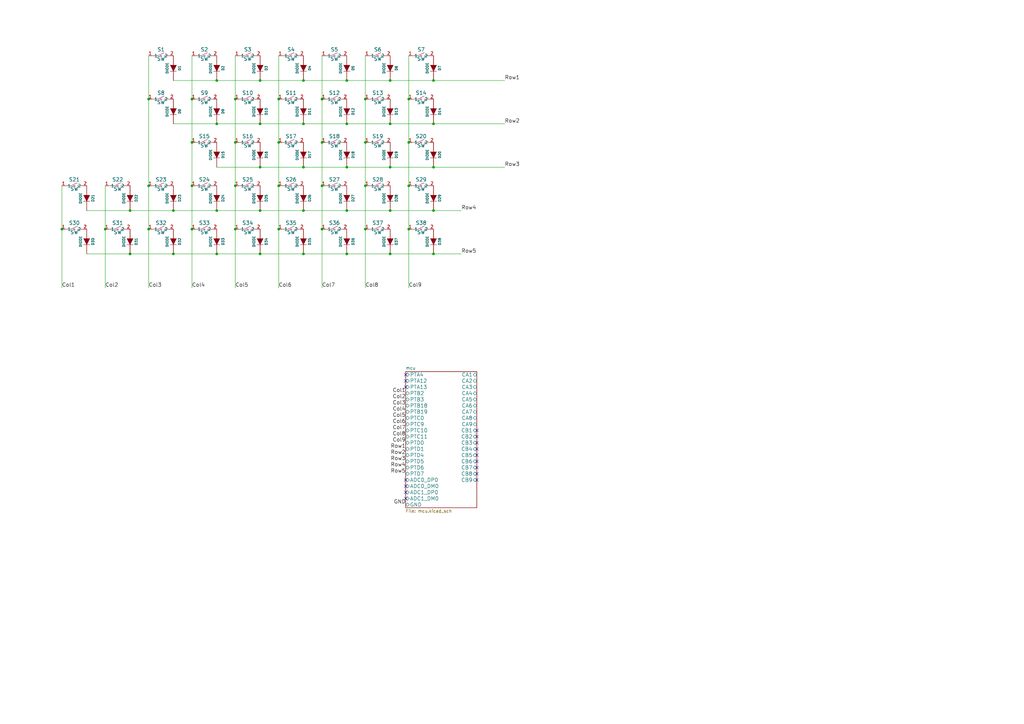
<source format=kicad_sch>
(kicad_sch (version 20210621) (generator eeschema)
  (paper "A3")
  (title_block (title "ICED-R") (date "2016-07-17") (rev "Rev 1.2b") (company "Input Club"))
  (lib_symbols
    (symbol "ICEDRight:DIODE" (pin_numbers hide) (pin_names (offset 1.016) hide)
      (property "Reference" "D" (at 0 2.54 0))
      (property "Value" "DIODE" (at 0 -2.54 0))
      (symbol "DIODE_0_1"
        (polyline (pts (xy 1.27 1.27) (xy 1.27 -1.27)) (stroke (width 0.1524)))
        (polyline (pts (xy -1.27 1.27) (xy 1.27 0) (xy -1.27 -1.27)) (fill (type outline)))
      )
      (symbol "DIODE_1_1"
        (pin passive line (at -5.08 0 0) (length 3.81) (name "A") (number "1"))
        (pin passive line (at 5.08 0 180) (length 3.81) (name "K") (number "2"))
      )
    )
    (symbol "ICEDRight:SW" (pin_names (offset 1.016))
      (property "Reference" "S" (at 0 2.54 0))
      (property "Value" "SW" (at 0 -1.27 0))
      (symbol "SW_0_1"
        (polyline (pts (xy 2.54 0) (xy 1.27 0)))
        (polyline (pts (xy 3.81 0) (xy 2.54 0)))
        (polyline (pts (xy 1.27 1.27) (xy -1.27 0) (xy -3.81 0)))
      )
      (symbol "SW_1_1"
        (pin bidirectional line (at -5.08 0 0) (length 1.27) (name "1") (number "1"))
        (pin bidirectional line (at 5.08 0 180) (length 1.27) (name "2") (number "2"))
      )
    )
  )
  (junction (at 25.4 93.98))
  (junction (at 43.18 93.98))
  (junction (at 53.34 86.36))
  (junction (at 53.34 104.14))
  (junction (at 60.96 40.64))
  (junction (at 60.96 76.2))
  (junction (at 60.96 93.98))
  (junction (at 71.12 86.36))
  (junction (at 71.12 104.14))
  (junction (at 78.74 40.64))
  (junction (at 78.74 58.42))
  (junction (at 78.74 76.2))
  (junction (at 78.74 93.98))
  (junction (at 88.9 33.02))
  (junction (at 88.9 50.8))
  (junction (at 88.9 86.36))
  (junction (at 88.9 104.14))
  (junction (at 96.52 40.64))
  (junction (at 96.52 58.42))
  (junction (at 96.52 76.2))
  (junction (at 96.52 93.98))
  (junction (at 106.68 33.02))
  (junction (at 106.68 50.8))
  (junction (at 106.68 68.58))
  (junction (at 106.68 86.36))
  (junction (at 106.68 104.14))
  (junction (at 114.3 40.64))
  (junction (at 114.3 58.42))
  (junction (at 114.3 76.2))
  (junction (at 114.3 93.98))
  (junction (at 124.46 33.02))
  (junction (at 124.46 50.8))
  (junction (at 124.46 68.58))
  (junction (at 124.46 86.36))
  (junction (at 124.46 104.14))
  (junction (at 132.08 40.64))
  (junction (at 132.08 58.42))
  (junction (at 132.08 76.2))
  (junction (at 132.08 93.98))
  (junction (at 142.24 33.02))
  (junction (at 142.24 50.8))
  (junction (at 142.24 68.58))
  (junction (at 142.24 86.36))
  (junction (at 142.24 104.14))
  (junction (at 149.86 40.64))
  (junction (at 149.86 58.42))
  (junction (at 149.86 76.2))
  (junction (at 149.86 93.98))
  (junction (at 160.02 33.02))
  (junction (at 160.02 50.8))
  (junction (at 160.02 68.58))
  (junction (at 160.02 86.36))
  (junction (at 160.02 104.14))
  (junction (at 167.64 40.64))
  (junction (at 167.64 58.42))
  (junction (at 167.64 76.2))
  (junction (at 167.64 93.98))
  (junction (at 177.8 33.02))
  (junction (at 177.8 50.8))
  (junction (at 177.8 68.58))
  (junction (at 177.8 86.36))
  (junction (at 177.8 104.14))
  (no_connect (at 166.37 153.67))
  (no_connect (at 166.37 156.21))
  (no_connect (at 166.37 158.75))
  (no_connect (at 166.37 196.85))
  (no_connect (at 166.37 199.39))
  (no_connect (at 166.37 201.93))
  (no_connect (at 166.37 204.47))
  (no_connect (at 195.58 176.53))
  (no_connect (at 195.58 179.07))
  (no_connect (at 195.58 181.61))
  (no_connect (at 195.58 184.15))
  (no_connect (at 195.58 186.69))
  (no_connect (at 195.58 189.23))
  (no_connect (at 195.58 191.77))
  (no_connect (at 195.58 194.31))
  (no_connect (at 195.58 196.85))
  (wire (pts (xy 25.4 76.2) (xy 25.4 93.98)))
  (wire (pts (xy 25.4 93.98) (xy 25.4 118.11)))
  (wire (pts (xy 35.56 86.36) (xy 53.34 86.36)))
  (wire (pts (xy 35.56 104.14) (xy 53.34 104.14)))
  (wire (pts (xy 43.18 76.2) (xy 43.18 93.98)))
  (wire (pts (xy 43.18 93.98) (xy 43.18 118.11)))
  (wire (pts (xy 53.34 86.36) (xy 71.12 86.36)))
  (wire (pts (xy 53.34 104.14) (xy 71.12 104.14)))
  (wire (pts (xy 60.96 22.86) (xy 60.96 40.64)))
  (wire (pts (xy 60.96 40.64) (xy 60.96 76.2)))
  (wire (pts (xy 60.96 76.2) (xy 60.96 93.98)))
  (wire (pts (xy 60.96 93.98) (xy 60.96 118.11)))
  (wire (pts (xy 71.12 33.02) (xy 88.9 33.02)))
  (wire (pts (xy 71.12 50.8) (xy 88.9 50.8)))
  (wire (pts (xy 71.12 86.36) (xy 88.9 86.36)))
  (wire (pts (xy 71.12 104.14) (xy 88.9 104.14)))
  (wire (pts (xy 78.74 22.86) (xy 78.74 40.64)))
  (wire (pts (xy 78.74 40.64) (xy 78.74 58.42)))
  (wire (pts (xy 78.74 58.42) (xy 78.74 76.2)))
  (wire (pts (xy 78.74 76.2) (xy 78.74 93.98)))
  (wire (pts (xy 78.74 93.98) (xy 78.74 118.11)))
  (wire (pts (xy 88.9 33.02) (xy 106.68 33.02)))
  (wire (pts (xy 88.9 50.8) (xy 106.68 50.8)))
  (wire (pts (xy 88.9 68.58) (xy 106.68 68.58)))
  (wire (pts (xy 88.9 86.36) (xy 106.68 86.36)))
  (wire (pts (xy 88.9 104.14) (xy 106.68 104.14)))
  (wire (pts (xy 96.52 22.86) (xy 96.52 40.64)))
  (wire (pts (xy 96.52 40.64) (xy 96.52 58.42)))
  (wire (pts (xy 96.52 58.42) (xy 96.52 76.2)))
  (wire (pts (xy 96.52 76.2) (xy 96.52 93.98)))
  (wire (pts (xy 96.52 93.98) (xy 96.52 118.11)))
  (wire (pts (xy 106.68 33.02) (xy 124.46 33.02)))
  (wire (pts (xy 106.68 50.8) (xy 124.46 50.8)))
  (wire (pts (xy 106.68 68.58) (xy 124.46 68.58)))
  (wire (pts (xy 106.68 86.36) (xy 124.46 86.36)))
  (wire (pts (xy 106.68 104.14) (xy 124.46 104.14)))
  (wire (pts (xy 114.3 22.86) (xy 114.3 40.64)))
  (wire (pts (xy 114.3 40.64) (xy 114.3 58.42)))
  (wire (pts (xy 114.3 58.42) (xy 114.3 76.2)))
  (wire (pts (xy 114.3 76.2) (xy 114.3 93.98)))
  (wire (pts (xy 114.3 93.98) (xy 114.3 118.11)))
  (wire (pts (xy 124.46 33.02) (xy 142.24 33.02)))
  (wire (pts (xy 124.46 50.8) (xy 142.24 50.8)))
  (wire (pts (xy 124.46 68.58) (xy 142.24 68.58)))
  (wire (pts (xy 124.46 86.36) (xy 142.24 86.36)))
  (wire (pts (xy 124.46 104.14) (xy 142.24 104.14)))
  (wire (pts (xy 132.08 22.86) (xy 132.08 40.64)))
  (wire (pts (xy 132.08 40.64) (xy 132.08 58.42)))
  (wire (pts (xy 132.08 58.42) (xy 132.08 76.2)))
  (wire (pts (xy 132.08 76.2) (xy 132.08 93.98)))
  (wire (pts (xy 132.08 93.98) (xy 132.08 118.11)))
  (wire (pts (xy 142.24 33.02) (xy 160.02 33.02)))
  (wire (pts (xy 142.24 50.8) (xy 160.02 50.8)))
  (wire (pts (xy 142.24 68.58) (xy 160.02 68.58)))
  (wire (pts (xy 142.24 86.36) (xy 160.02 86.36)))
  (wire (pts (xy 142.24 104.14) (xy 160.02 104.14)))
  (wire (pts (xy 149.86 22.86) (xy 149.86 40.64)))
  (wire (pts (xy 149.86 40.64) (xy 149.86 58.42)))
  (wire (pts (xy 149.86 58.42) (xy 149.86 76.2)))
  (wire (pts (xy 149.86 76.2) (xy 149.86 93.98)))
  (wire (pts (xy 149.86 93.98) (xy 149.86 118.11)))
  (wire (pts (xy 160.02 33.02) (xy 177.8 33.02)))
  (wire (pts (xy 160.02 50.8) (xy 177.8 50.8)))
  (wire (pts (xy 160.02 68.58) (xy 177.8 68.58)))
  (wire (pts (xy 160.02 86.36) (xy 177.8 86.36)))
  (wire (pts (xy 160.02 104.14) (xy 177.8 104.14)))
  (wire (pts (xy 167.64 22.86) (xy 167.64 40.64)))
  (wire (pts (xy 167.64 40.64) (xy 167.64 58.42)))
  (wire (pts (xy 167.64 58.42) (xy 167.64 76.2)))
  (wire (pts (xy 167.64 76.2) (xy 167.64 93.98)))
  (wire (pts (xy 167.64 93.98) (xy 167.64 118.11)))
  (wire (pts (xy 177.8 33.02) (xy 207.01 33.02)))
  (wire (pts (xy 177.8 50.8) (xy 207.01 50.8)))
  (wire (pts (xy 177.8 68.58) (xy 207.01 68.58)))
  (wire (pts (xy 177.8 86.36) (xy 189.23 86.36)))
  (wire (pts (xy 177.8 104.14) (xy 189.23 104.14)))
  (label "Col1" (at 25.4 118.11 0) (effects (font (size 1.524 1.524))))
  (label "Col2" (at 43.18 118.11 0) (effects (font (size 1.524 1.524))))
  (label "Col3" (at 60.96 118.11 0) (effects (font (size 1.524 1.524))))
  (label "Col4" (at 78.74 118.11 0) (effects (font (size 1.524 1.524))))
  (label "Col5" (at 96.52 118.11 0) (effects (font (size 1.524 1.524))))
  (label "Col6" (at 114.3 118.11 0) (effects (font (size 1.524 1.524))))
  (label "Col7" (at 132.08 118.11 0) (effects (font (size 1.524 1.524))))
  (label "Col8" (at 149.86 118.11 0) (effects (font (size 1.524 1.524))))
  (label "Col1" (at 166.37 161.29 180) (effects (font (size 1.524 1.524))))
  (label "Col2" (at 166.37 163.83 180) (effects (font (size 1.524 1.524))))
  (label "Col3" (at 166.37 166.37 180) (effects (font (size 1.524 1.524))))
  (label "Col4" (at 166.37 168.91 180) (effects (font (size 1.524 1.524))))
  (label "Col5" (at 166.37 171.45 180) (effects (font (size 1.524 1.524))))
  (label "Col6" (at 166.37 173.99 180) (effects (font (size 1.524 1.524))))
  (label "Col7" (at 166.37 176.53 180) (effects (font (size 1.524 1.524))))
  (label "Col8" (at 166.37 179.07 180) (effects (font (size 1.524 1.524))))
  (label "Col9" (at 166.37 181.61 180) (effects (font (size 1.524 1.524))))
  (label "Row1" (at 166.37 184.15 180) (effects (font (size 1.524 1.524))))
  (label "Row2" (at 166.37 186.69 180) (effects (font (size 1.524 1.524))))
  (label "Row3" (at 166.37 189.23 180) (effects (font (size 1.524 1.524))))
  (label "Row4" (at 166.37 191.77 180) (effects (font (size 1.524 1.524))))
  (label "Row5" (at 166.37 194.31 180) (effects (font (size 1.524 1.524))))
  (label "GND" (at 166.37 207.01 180) (effects (font (size 1.524 1.524))))
  (label "Col9" (at 167.64 118.11 0) (effects (font (size 1.524 1.524))))
  (label "Row4" (at 189.23 86.36 0) (effects (font (size 1.524 1.524))))
  (label "Row5" (at 189.23 104.14 0) (effects (font (size 1.524 1.524))))
  (label "Row1" (at 207.01 33.02 0) (effects (font (size 1.524 1.524))))
  (label "Row2" (at 207.01 50.8 0) (effects (font (size 1.524 1.524))))
  (label "Row3" (at 207.01 68.58 0) (effects (font (size 1.524 1.524))))
  (symbol (lib_id "ICEDRight:SW") (at 30.48 76.2 0) (unit 1)
    (property "Reference" "S21" (at 30.48 73.66 0) (effects (font (size 1.524 1.524))))
    (property "Value" "SW" (at 30.48 77.47 0) (effects (font (size 1.524 1.524))))
    (property "Footprint" "prettylib:SW_Hotswap_Kailh" (effects hide))
    (property "Datasheet" "~" (at 30.48 76.2 0) (effects (font (size 1.524 1.524))))
  )
  (symbol (lib_id "ICEDRight:SW") (at 30.48 93.98 0) (unit 1)
    (property "Reference" "S30" (at 30.48 91.44 0) (effects (font (size 1.524 1.524))))
    (property "Value" "SW" (at 30.48 95.25 0) (effects (font (size 1.524 1.524))))
    (property "Footprint" "prettylib:SW_Hotswap_Kailh" (effects hide))
    (property "Datasheet" "~" (at 30.48 93.98 0) (effects (font (size 1.524 1.524))))
  )
  (symbol (lib_id "ICEDRight:SW") (at 48.26 76.2 0) (unit 1)
    (property "Reference" "S22" (at 48.26 73.66 0) (effects (font (size 1.524 1.524))))
    (property "Value" "SW" (at 48.26 77.47 0) (effects (font (size 1.524 1.524))))
    (property "Footprint" "prettylib:SW_Hotswap_Kailh" (effects hide))
    (property "Datasheet" "~" (at 48.26 76.2 0) (effects (font (size 1.524 1.524))))
  )
  (symbol (lib_id "ICEDRight:SW") (at 48.26 93.98 0) (unit 1)
    (property "Reference" "S31" (at 48.26 91.44 0) (effects (font (size 1.524 1.524))))
    (property "Value" "SW" (at 48.26 95.25 0) (effects (font (size 1.524 1.524))))
    (property "Footprint" "prettylib:SW_Hotswap_Kailh" (effects hide))
    (property "Datasheet" "~" (at 48.26 93.98 0) (effects (font (size 1.524 1.524))))
  )
  (symbol (lib_id "ICEDRight:SW") (at 66.04 22.86 0) (unit 1)
    (property "Reference" "S1" (at 66.04 20.32 0) (effects (font (size 1.524 1.524))))
    (property "Value" "SW" (at 66.04 24.13 0) (effects (font (size 1.524 1.524))))
    (property "Footprint" "prettylib:SW_Hotswap_Kailh" (effects hide))
    (property "Datasheet" "~" (at 66.04 22.86 0) (effects (font (size 1.524 1.524))))
  )
  (symbol (lib_id "ICEDRight:SW") (at 66.04 40.64 0) (unit 1)
    (property "Reference" "S8" (at 66.04 38.1 0) (effects (font (size 1.524 1.524))))
    (property "Value" "SW" (at 66.04 41.91 0) (effects (font (size 1.524 1.524))))
    (property "Footprint" "prettylib:SW_Hotswap_Kailh" (effects hide))
    (property "Datasheet" "~" (at 66.04 40.64 0) (effects (font (size 1.524 1.524))))
  )
  (symbol (lib_id "ICEDRight:SW") (at 66.04 76.2 0) (unit 1)
    (property "Reference" "S23" (at 66.04 73.66 0) (effects (font (size 1.524 1.524))))
    (property "Value" "SW" (at 66.04 77.47 0) (effects (font (size 1.524 1.524))))
    (property "Footprint" "prettylib:SW_Hotswap_Kailh" (effects hide))
    (property "Datasheet" "~" (at 66.04 76.2 0) (effects (font (size 1.524 1.524))))
  )
  (symbol (lib_id "ICEDRight:SW") (at 66.04 93.98 0) (unit 1)
    (property "Reference" "S32" (at 66.04 91.44 0) (effects (font (size 1.524 1.524))))
    (property "Value" "SW" (at 66.04 95.25 0) (effects (font (size 1.524 1.524))))
    (property "Footprint" "prettylib:SW_Hotswap_Kailh" (effects hide))
    (property "Datasheet" "~" (at 66.04 93.98 0) (effects (font (size 1.524 1.524))))
  )
  (symbol (lib_id "ICEDRight:SW") (at 83.82 22.86 0) (unit 1)
    (property "Reference" "S2" (at 83.82 20.32 0) (effects (font (size 1.524 1.524))))
    (property "Value" "SW" (at 83.82 24.13 0) (effects (font (size 1.524 1.524))))
    (property "Footprint" "prettylib:SW_Hotswap_Kailh" (effects hide))
    (property "Datasheet" "~" (at 83.82 22.86 0) (effects (font (size 1.524 1.524))))
  )
  (symbol (lib_id "ICEDRight:SW") (at 83.82 40.64 0) (unit 1)
    (property "Reference" "S9" (at 83.82 38.1 0) (effects (font (size 1.524 1.524))))
    (property "Value" "SW" (at 83.82 41.91 0) (effects (font (size 1.524 1.524))))
    (property "Footprint" "prettylib:SW_Hotswap_Kailh" (effects hide))
    (property "Datasheet" "~" (at 83.82 40.64 0) (effects (font (size 1.524 1.524))))
  )
  (symbol (lib_id "ICEDRight:SW") (at 83.82 58.42 0) (unit 1)
    (property "Reference" "S15" (at 83.82 55.88 0) (effects (font (size 1.524 1.524))))
    (property "Value" "SW" (at 83.82 59.69 0) (effects (font (size 1.524 1.524))))
    (property "Footprint" "prettylib:SW_Hotswap_Kailh" (effects hide))
    (property "Datasheet" "~" (at 83.82 58.42 0) (effects (font (size 1.524 1.524))))
  )
  (symbol (lib_id "ICEDRight:SW") (at 83.82 76.2 0) (unit 1)
    (property "Reference" "S24" (at 83.82 73.66 0) (effects (font (size 1.524 1.524))))
    (property "Value" "SW" (at 83.82 77.47 0) (effects (font (size 1.524 1.524))))
    (property "Footprint" "prettylib:SW_Hotswap_Kailh" (effects hide))
    (property "Datasheet" "~" (at 83.82 76.2 0) (effects (font (size 1.524 1.524))))
  )
  (symbol (lib_id "ICEDRight:SW") (at 83.82 93.98 0) (unit 1)
    (property "Reference" "S33" (at 83.82 91.44 0) (effects (font (size 1.524 1.524))))
    (property "Value" "SW" (at 83.82 95.25 0) (effects (font (size 1.524 1.524))))
    (property "Footprint" "prettylib:SW_Hotswap_Kailh" (effects hide))
    (property "Datasheet" "~" (at 83.82 93.98 0) (effects (font (size 1.524 1.524))))
  )
  (symbol (lib_id "ICEDRight:SW") (at 101.6 22.86 0) (unit 1)
    (property "Reference" "S3" (at 101.6 20.32 0) (effects (font (size 1.524 1.524))))
    (property "Value" "SW" (at 101.6 24.13 0) (effects (font (size 1.524 1.524))))
    (property "Footprint" "prettylib:SW_Hotswap_Kailh" (effects hide))
    (property "Datasheet" "~" (at 101.6 22.86 0) (effects (font (size 1.524 1.524))))
  )
  (symbol (lib_id "ICEDRight:SW") (at 101.6 40.64 0) (unit 1)
    (property "Reference" "S10" (at 101.6 38.1 0) (effects (font (size 1.524 1.524))))
    (property "Value" "SW" (at 101.6 41.91 0) (effects (font (size 1.524 1.524))))
    (property "Footprint" "prettylib:SW_Hotswap_Kailh" (effects hide))
    (property "Datasheet" "~" (at 101.6 40.64 0) (effects (font (size 1.524 1.524))))
  )
  (symbol (lib_id "ICEDRight:SW") (at 101.6 58.42 0) (unit 1)
    (property "Reference" "S16" (at 101.6 55.88 0) (effects (font (size 1.524 1.524))))
    (property "Value" "SW" (at 101.6 59.69 0) (effects (font (size 1.524 1.524))))
    (property "Footprint" "prettylib:SW_Hotswap_Kailh" (effects hide))
    (property "Datasheet" "~" (at 101.6 58.42 0) (effects (font (size 1.524 1.524))))
  )
  (symbol (lib_id "ICEDRight:SW") (at 101.6 76.2 0) (unit 1)
    (property "Reference" "S25" (at 101.6 73.66 0) (effects (font (size 1.524 1.524))))
    (property "Value" "SW" (at 101.6 77.47 0) (effects (font (size 1.524 1.524))))
    (property "Footprint" "prettylib:SW_Hotswap_Kailh" (effects hide))
    (property "Datasheet" "~" (at 101.6 76.2 0) (effects (font (size 1.524 1.524))))
  )
  (symbol (lib_id "ICEDRight:SW") (at 101.6 93.98 0) (unit 1)
    (property "Reference" "S34" (at 101.6 91.44 0) (effects (font (size 1.524 1.524))))
    (property "Value" "SW" (at 101.6 95.25 0) (effects (font (size 1.524 1.524))))
    (property "Footprint" "prettylib:SW_Hotswap_Kailh" (effects hide))
    (property "Datasheet" "~" (at 101.6 93.98 0) (effects (font (size 1.524 1.524))))
  )
  (symbol (lib_id "ICEDRight:SW") (at 119.38 22.86 0) (unit 1)
    (property "Reference" "S4" (at 119.38 20.32 0) (effects (font (size 1.524 1.524))))
    (property "Value" "SW" (at 119.38 24.13 0) (effects (font (size 1.524 1.524))))
    (property "Footprint" "prettylib:SW_Hotswap_Kailh" (effects hide))
    (property "Datasheet" "~" (at 119.38 22.86 0) (effects (font (size 1.524 1.524))))
  )
  (symbol (lib_id "ICEDRight:SW") (at 119.38 40.64 0) (unit 1)
    (property "Reference" "S11" (at 119.38 38.1 0) (effects (font (size 1.524 1.524))))
    (property "Value" "SW" (at 119.38 41.91 0) (effects (font (size 1.524 1.524))))
    (property "Footprint" "prettylib:SW_Hotswap_Kailh" (effects hide))
    (property "Datasheet" "~" (at 119.38 40.64 0) (effects (font (size 1.524 1.524))))
  )
  (symbol (lib_id "ICEDRight:SW") (at 119.38 58.42 0) (unit 1)
    (property "Reference" "S17" (at 119.38 55.88 0) (effects (font (size 1.524 1.524))))
    (property "Value" "SW" (at 119.38 59.69 0) (effects (font (size 1.524 1.524))))
    (property "Footprint" "prettylib:SW_Hotswap_Kailh" (effects hide))
    (property "Datasheet" "~" (at 119.38 58.42 0) (effects (font (size 1.524 1.524))))
  )
  (symbol (lib_id "ICEDRight:SW") (at 119.38 76.2 0) (unit 1)
    (property "Reference" "S26" (at 119.38 73.66 0) (effects (font (size 1.524 1.524))))
    (property "Value" "SW" (at 119.38 77.47 0) (effects (font (size 1.524 1.524))))
    (property "Footprint" "prettylib:SW_Hotswap_Kailh" (effects hide))
    (property "Datasheet" "~" (at 119.38 76.2 0) (effects (font (size 1.524 1.524))))
  )
  (symbol (lib_id "ICEDRight:SW") (at 119.38 93.98 0) (unit 1)
    (property "Reference" "S35" (at 119.38 91.44 0) (effects (font (size 1.524 1.524))))
    (property "Value" "SW" (at 119.38 95.25 0) (effects (font (size 1.524 1.524))))
    (property "Footprint" "prettylib:SW_Hotswap_Kailh" (effects hide))
    (property "Datasheet" "~" (at 119.38 93.98 0) (effects (font (size 1.524 1.524))))
  )
  (symbol (lib_id "ICEDRight:SW") (at 137.16 22.86 0) (unit 1)
    (property "Reference" "S5" (at 137.16 20.32 0) (effects (font (size 1.524 1.524))))
    (property "Value" "SW" (at 137.16 24.13 0) (effects (font (size 1.524 1.524))))
    (property "Footprint" "prettylib:SW_Hotswap_Kailh" (effects hide))
    (property "Datasheet" "~" (at 137.16 22.86 0) (effects (font (size 1.524 1.524))))
  )
  (symbol (lib_id "ICEDRight:SW") (at 137.16 40.64 0) (unit 1)
    (property "Reference" "S12" (at 137.16 38.1 0) (effects (font (size 1.524 1.524))))
    (property "Value" "SW" (at 137.16 41.91 0) (effects (font (size 1.524 1.524))))
    (property "Footprint" "prettylib:SW_Hotswap_Kailh" (effects hide))
    (property "Datasheet" "~" (at 137.16 40.64 0) (effects (font (size 1.524 1.524))))
  )
  (symbol (lib_id "ICEDRight:SW") (at 137.16 58.42 0) (unit 1)
    (property "Reference" "S18" (at 137.16 55.88 0) (effects (font (size 1.524 1.524))))
    (property "Value" "SW" (at 137.16 59.69 0) (effects (font (size 1.524 1.524))))
    (property "Footprint" "prettylib:SW_Hotswap_Kailh" (effects hide))
    (property "Datasheet" "~" (at 137.16 58.42 0) (effects (font (size 1.524 1.524))))
  )
  (symbol (lib_id "ICEDRight:SW") (at 137.16 76.2 0) (unit 1)
    (property "Reference" "S27" (at 137.16 73.66 0) (effects (font (size 1.524 1.524))))
    (property "Value" "SW" (at 137.16 77.47 0) (effects (font (size 1.524 1.524))))
    (property "Footprint" "prettylib:SW_Hotswap_Kailh" (effects hide))
    (property "Datasheet" "~" (at 137.16 76.2 0) (effects (font (size 1.524 1.524))))
  )
  (symbol (lib_id "ICEDRight:SW") (at 137.16 93.98 0) (unit 1)
    (property "Reference" "S36" (at 137.16 91.44 0) (effects (font (size 1.524 1.524))))
    (property "Value" "SW" (at 137.16 95.25 0) (effects (font (size 1.524 1.524))))
    (property "Footprint" "prettylib:SW_Hotswap_Kailh" (effects hide))
    (property "Datasheet" "~" (at 137.16 93.98 0) (effects (font (size 1.524 1.524))))
  )
  (symbol (lib_id "ICEDRight:SW") (at 154.94 22.86 0) (unit 1)
    (property "Reference" "S6" (at 154.94 20.32 0) (effects (font (size 1.524 1.524))))
    (property "Value" "SW" (at 154.94 24.13 0) (effects (font (size 1.524 1.524))))
    (property "Footprint" "prettylib:SW_Hotswap_Kailh" (effects hide))
    (property "Datasheet" "~" (at 154.94 22.86 0) (effects (font (size 1.524 1.524))))
  )
  (symbol (lib_id "ICEDRight:SW") (at 154.94 40.64 0) (unit 1)
    (property "Reference" "S13" (at 154.94 38.1 0) (effects (font (size 1.524 1.524))))
    (property "Value" "SW" (at 154.94 41.91 0) (effects (font (size 1.524 1.524))))
    (property "Footprint" "prettylib:SW_Hotswap_Kailh" (effects hide))
    (property "Datasheet" "~" (at 154.94 40.64 0) (effects (font (size 1.524 1.524))))
  )
  (symbol (lib_id "ICEDRight:SW") (at 154.94 58.42 0) (unit 1)
    (property "Reference" "S19" (at 154.94 55.88 0) (effects (font (size 1.524 1.524))))
    (property "Value" "SW" (at 154.94 59.69 0) (effects (font (size 1.524 1.524))))
    (property "Footprint" "prettylib:SW_Hotswap_Kailh" (effects hide))
    (property "Datasheet" "~" (at 154.94 58.42 0) (effects (font (size 1.524 1.524))))
  )
  (symbol (lib_id "ICEDRight:SW") (at 154.94 76.2 0) (unit 1)
    (property "Reference" "S28" (at 154.94 73.66 0) (effects (font (size 1.524 1.524))))
    (property "Value" "SW" (at 154.94 77.47 0) (effects (font (size 1.524 1.524))))
    (property "Footprint" "prettylib:SW_Hotswap_Kailh" (effects hide))
    (property "Datasheet" "~" (at 154.94 76.2 0) (effects (font (size 1.524 1.524))))
  )
  (symbol (lib_id "ICEDRight:SW") (at 154.94 93.98 0) (unit 1)
    (property "Reference" "S37" (at 154.94 91.44 0) (effects (font (size 1.524 1.524))))
    (property "Value" "SW" (at 154.94 95.25 0) (effects (font (size 1.524 1.524))))
    (property "Footprint" "prettylib:SW_Hotswap_Kailh" (effects hide))
    (property "Datasheet" "~" (at 154.94 93.98 0) (effects (font (size 1.524 1.524))))
  )
  (symbol (lib_id "ICEDRight:SW") (at 172.72 22.86 0) (unit 1)
    (property "Reference" "S7" (at 172.72 20.32 0) (effects (font (size 1.524 1.524))))
    (property "Value" "SW" (at 172.72 24.13 0) (effects (font (size 1.524 1.524))))
    (property "Footprint" "prettylib:SW_Hotswap_Kailh" (effects hide))
    (property "Datasheet" "~" (at 172.72 22.86 0) (effects (font (size 1.524 1.524))))
  )
  (symbol (lib_id "ICEDRight:SW") (at 172.72 40.64 0) (unit 1)
    (property "Reference" "S14" (at 172.72 38.1 0) (effects (font (size 1.524 1.524))))
    (property "Value" "SW" (at 172.72 41.91 0) (effects (font (size 1.524 1.524))))
    (property "Footprint" "prettylib:SW_Hotswap_Kailh" (effects hide))
    (property "Datasheet" "~" (at 172.72 40.64 0) (effects (font (size 1.524 1.524))))
  )
  (symbol (lib_id "ICEDRight:SW") (at 172.72 58.42 0) (unit 1)
    (property "Reference" "S20" (at 172.72 55.88 0) (effects (font (size 1.524 1.524))))
    (property "Value" "SW" (at 172.72 59.69 0) (effects (font (size 1.524 1.524))))
    (property "Footprint" "prettylib:SW_Hotswap_Kailh" (effects hide))
    (property "Datasheet" "~" (at 172.72 58.42 0) (effects (font (size 1.524 1.524))))
  )
  (symbol (lib_id "ICEDRight:SW") (at 172.72 76.2 0) (unit 1)
    (property "Reference" "S29" (at 172.72 73.66 0) (effects (font (size 1.524 1.524))))
    (property "Value" "SW" (at 172.72 77.47 0) (effects (font (size 1.524 1.524))))
    (property "Footprint" "prettylib:SW_Hotswap_Kailh" (effects hide))
    (property "Datasheet" "~" (at 172.72 76.2 0) (effects (font (size 1.524 1.524))))
  )
  (symbol (lib_id "ICEDRight:SW") (at 172.72 93.98 0) (unit 1)
    (property "Reference" "S38" (at 172.72 91.44 0) (effects (font (size 1.524 1.524))))
    (property "Value" "SW" (at 172.72 95.25 0) (effects (font (size 1.524 1.524))))
    (property "Footprint" "prettylib:SW_Hotswap_Kailh" (effects hide))
    (property "Datasheet" "~" (at 172.72 93.98 0) (effects (font (size 1.524 1.524))))
  )
  (symbol (lib_id "ICEDRight:DIODE") (at 35.56 81.28 270) (unit 1)
    (property "Reference" "D21" (at 38.1 81.28 0) (effects (font (size 1.016 1.016))))
    (property "Value" "DIODE" (at 33.02 81.28 0) (effects (font (size 1.016 1.016))))
    (property "Footprint" "prettylib:SOT123-DIODE" (effects hide))
    (property "Datasheet" "~" (at 35.56 81.28 0) (effects (font (size 1.524 1.524))))
  )
  (symbol (lib_id "ICEDRight:DIODE") (at 35.56 99.06 270) (unit 1)
    (property "Reference" "D30" (at 38.1 99.06 0) (effects (font (size 1.016 1.016))))
    (property "Value" "DIODE" (at 33.02 99.06 0) (effects (font (size 1.016 1.016))))
    (property "Footprint" "prettylib:SOT123-DIODE" (effects hide))
    (property "Datasheet" "~" (at 35.56 99.06 0) (effects (font (size 1.524 1.524))))
  )
  (symbol (lib_id "ICEDRight:DIODE") (at 53.34 81.28 270) (unit 1)
    (property "Reference" "D22" (at 55.88 81.28 0) (effects (font (size 1.016 1.016))))
    (property "Value" "DIODE" (at 50.8 81.28 0) (effects (font (size 1.016 1.016))))
    (property "Footprint" "prettylib:SOT123-DIODE" (effects hide))
    (property "Datasheet" "~" (at 53.34 81.28 0) (effects (font (size 1.524 1.524))))
  )
  (symbol (lib_id "ICEDRight:DIODE") (at 53.34 99.06 270) (unit 1)
    (property "Reference" "D31" (at 55.88 99.06 0) (effects (font (size 1.016 1.016))))
    (property "Value" "DIODE" (at 50.8 99.06 0) (effects (font (size 1.016 1.016))))
    (property "Footprint" "prettylib:SOT123-DIODE" (effects hide))
    (property "Datasheet" "~" (at 53.34 99.06 0) (effects (font (size 1.524 1.524))))
  )
  (symbol (lib_id "ICEDRight:DIODE") (at 71.12 27.94 270) (unit 1)
    (property "Reference" "D1" (at 73.66 27.94 0) (effects (font (size 1.016 1.016))))
    (property "Value" "DIODE" (at 68.58 27.94 0) (effects (font (size 1.016 1.016))))
    (property "Footprint" "prettylib:SOT123-DIODE" (effects hide))
    (property "Datasheet" "~" (at 71.12 27.94 0) (effects (font (size 1.524 1.524))))
  )
  (symbol (lib_id "ICEDRight:DIODE") (at 71.12 45.72 270) (unit 1)
    (property "Reference" "D8" (at 73.66 45.72 0) (effects (font (size 1.016 1.016))))
    (property "Value" "DIODE" (at 68.58 45.72 0) (effects (font (size 1.016 1.016))))
    (property "Footprint" "prettylib:SOT123-DIODE" (effects hide))
    (property "Datasheet" "~" (at 71.12 45.72 0) (effects (font (size 1.524 1.524))))
  )
  (symbol (lib_id "ICEDRight:DIODE") (at 71.12 81.28 270) (unit 1)
    (property "Reference" "D23" (at 73.66 81.28 0) (effects (font (size 1.016 1.016))))
    (property "Value" "DIODE" (at 68.58 81.28 0) (effects (font (size 1.016 1.016))))
    (property "Footprint" "prettylib:SOT123-DIODE" (effects hide))
    (property "Datasheet" "~" (at 71.12 81.28 0) (effects (font (size 1.524 1.524))))
  )
  (symbol (lib_id "ICEDRight:DIODE") (at 71.12 99.06 270) (unit 1)
    (property "Reference" "D32" (at 73.66 99.06 0) (effects (font (size 1.016 1.016))))
    (property "Value" "DIODE" (at 68.58 99.06 0) (effects (font (size 1.016 1.016))))
    (property "Footprint" "prettylib:SOT123-DIODE" (effects hide))
    (property "Datasheet" "~" (at 71.12 99.06 0) (effects (font (size 1.524 1.524))))
  )
  (symbol (lib_id "ICEDRight:DIODE") (at 88.9 27.94 270) (unit 1)
    (property "Reference" "D2" (at 91.44 27.94 0) (effects (font (size 1.016 1.016))))
    (property "Value" "DIODE" (at 86.36 27.94 0) (effects (font (size 1.016 1.016))))
    (property "Footprint" "prettylib:SOT123-DIODE" (effects hide))
    (property "Datasheet" "~" (at 88.9 27.94 0) (effects (font (size 1.524 1.524))))
  )
  (symbol (lib_id "ICEDRight:DIODE") (at 88.9 45.72 270) (unit 1)
    (property "Reference" "D9" (at 91.44 45.72 0) (effects (font (size 1.016 1.016))))
    (property "Value" "DIODE" (at 86.36 45.72 0) (effects (font (size 1.016 1.016))))
    (property "Footprint" "prettylib:SOT123-DIODE" (effects hide))
    (property "Datasheet" "~" (at 88.9 45.72 0) (effects (font (size 1.524 1.524))))
  )
  (symbol (lib_id "ICEDRight:DIODE") (at 88.9 63.5 270) (unit 1)
    (property "Reference" "D15" (at 91.44 63.5 0) (effects (font (size 1.016 1.016))))
    (property "Value" "DIODE" (at 86.36 63.5 0) (effects (font (size 1.016 1.016))))
    (property "Footprint" "prettylib:SOT123-DIODE" (effects hide))
    (property "Datasheet" "~" (at 88.9 63.5 0) (effects (font (size 1.524 1.524))))
  )
  (symbol (lib_id "ICEDRight:DIODE") (at 88.9 81.28 270) (unit 1)
    (property "Reference" "D24" (at 91.44 81.28 0) (effects (font (size 1.016 1.016))))
    (property "Value" "DIODE" (at 86.36 81.28 0) (effects (font (size 1.016 1.016))))
    (property "Footprint" "prettylib:SOT123-DIODE" (effects hide))
    (property "Datasheet" "~" (at 88.9 81.28 0) (effects (font (size 1.524 1.524))))
  )
  (symbol (lib_id "ICEDRight:DIODE") (at 88.9 99.06 270) (unit 1)
    (property "Reference" "D33" (at 91.44 99.06 0) (effects (font (size 1.016 1.016))))
    (property "Value" "DIODE" (at 86.36 99.06 0) (effects (font (size 1.016 1.016))))
    (property "Footprint" "prettylib:SOT123-DIODE" (effects hide))
    (property "Datasheet" "~" (at 88.9 99.06 0) (effects (font (size 1.524 1.524))))
  )
  (symbol (lib_id "ICEDRight:DIODE") (at 106.68 27.94 270) (unit 1)
    (property "Reference" "D3" (at 109.22 27.94 0) (effects (font (size 1.016 1.016))))
    (property "Value" "DIODE" (at 104.14 27.94 0) (effects (font (size 1.016 1.016))))
    (property "Footprint" "prettylib:SOT123-DIODE" (effects hide))
    (property "Datasheet" "~" (at 106.68 27.94 0) (effects (font (size 1.524 1.524))))
  )
  (symbol (lib_id "ICEDRight:DIODE") (at 106.68 45.72 270) (unit 1)
    (property "Reference" "D10" (at 109.22 45.72 0) (effects (font (size 1.016 1.016))))
    (property "Value" "DIODE" (at 104.14 45.72 0) (effects (font (size 1.016 1.016))))
    (property "Footprint" "prettylib:SOT123-DIODE" (effects hide))
    (property "Datasheet" "~" (at 106.68 45.72 0) (effects (font (size 1.524 1.524))))
  )
  (symbol (lib_id "ICEDRight:DIODE") (at 106.68 63.5 270) (unit 1)
    (property "Reference" "D16" (at 109.22 63.5 0) (effects (font (size 1.016 1.016))))
    (property "Value" "DIODE" (at 104.14 63.5 0) (effects (font (size 1.016 1.016))))
    (property "Footprint" "prettylib:SOT123-DIODE" (effects hide))
    (property "Datasheet" "~" (at 106.68 63.5 0) (effects (font (size 1.524 1.524))))
  )
  (symbol (lib_id "ICEDRight:DIODE") (at 106.68 81.28 270) (unit 1)
    (property "Reference" "D25" (at 109.22 81.28 0) (effects (font (size 1.016 1.016))))
    (property "Value" "DIODE" (at 104.14 81.28 0) (effects (font (size 1.016 1.016))))
    (property "Footprint" "prettylib:SOT123-DIODE" (effects hide))
    (property "Datasheet" "~" (at 106.68 81.28 0) (effects (font (size 1.524 1.524))))
  )
  (symbol (lib_id "ICEDRight:DIODE") (at 106.68 99.06 270) (unit 1)
    (property "Reference" "D34" (at 109.22 99.06 0) (effects (font (size 1.016 1.016))))
    (property "Value" "DIODE" (at 104.14 99.06 0) (effects (font (size 1.016 1.016))))
    (property "Footprint" "prettylib:SOT123-DIODE" (effects hide))
    (property "Datasheet" "~" (at 106.68 99.06 0) (effects (font (size 1.524 1.524))))
  )
  (symbol (lib_id "ICEDRight:DIODE") (at 124.46 27.94 270) (unit 1)
    (property "Reference" "D4" (at 127 27.94 0) (effects (font (size 1.016 1.016))))
    (property "Value" "DIODE" (at 121.92 27.94 0) (effects (font (size 1.016 1.016))))
    (property "Footprint" "prettylib:SOT123-DIODE" (effects hide))
    (property "Datasheet" "~" (at 124.46 27.94 0) (effects (font (size 1.524 1.524))))
  )
  (symbol (lib_id "ICEDRight:DIODE") (at 124.46 45.72 270) (unit 1)
    (property "Reference" "D11" (at 127 45.72 0) (effects (font (size 1.016 1.016))))
    (property "Value" "DIODE" (at 121.92 45.72 0) (effects (font (size 1.016 1.016))))
    (property "Footprint" "prettylib:SOT123-DIODE" (effects hide))
    (property "Datasheet" "~" (at 124.46 45.72 0) (effects (font (size 1.524 1.524))))
  )
  (symbol (lib_id "ICEDRight:DIODE") (at 124.46 63.5 270) (unit 1)
    (property "Reference" "D17" (at 127 63.5 0) (effects (font (size 1.016 1.016))))
    (property "Value" "DIODE" (at 121.92 63.5 0) (effects (font (size 1.016 1.016))))
    (property "Footprint" "prettylib:SOT123-DIODE" (effects hide))
    (property "Datasheet" "~" (at 124.46 63.5 0) (effects (font (size 1.524 1.524))))
  )
  (symbol (lib_id "ICEDRight:DIODE") (at 124.46 81.28 270) (unit 1)
    (property "Reference" "D26" (at 127 81.28 0) (effects (font (size 1.016 1.016))))
    (property "Value" "DIODE" (at 121.92 81.28 0) (effects (font (size 1.016 1.016))))
    (property "Footprint" "prettylib:SOT123-DIODE" (effects hide))
    (property "Datasheet" "~" (at 124.46 81.28 0) (effects (font (size 1.524 1.524))))
  )
  (symbol (lib_id "ICEDRight:DIODE") (at 124.46 99.06 270) (unit 1)
    (property "Reference" "D35" (at 127 99.06 0) (effects (font (size 1.016 1.016))))
    (property "Value" "DIODE" (at 121.92 99.06 0) (effects (font (size 1.016 1.016))))
    (property "Footprint" "prettylib:SOT123-DIODE" (effects hide))
    (property "Datasheet" "~" (at 124.46 99.06 0) (effects (font (size 1.524 1.524))))
  )
  (symbol (lib_id "ICEDRight:DIODE") (at 142.24 27.94 270) (unit 1)
    (property "Reference" "D5" (at 144.78 27.94 0) (effects (font (size 1.016 1.016))))
    (property "Value" "DIODE" (at 139.7 27.94 0) (effects (font (size 1.016 1.016))))
    (property "Footprint" "prettylib:SOT123-DIODE" (effects hide))
    (property "Datasheet" "~" (at 142.24 27.94 0) (effects (font (size 1.524 1.524))))
  )
  (symbol (lib_id "ICEDRight:DIODE") (at 142.24 45.72 270) (unit 1)
    (property "Reference" "D12" (at 144.78 45.72 0) (effects (font (size 1.016 1.016))))
    (property "Value" "DIODE" (at 139.7 45.72 0) (effects (font (size 1.016 1.016))))
    (property "Footprint" "prettylib:SOT123-DIODE" (effects hide))
    (property "Datasheet" "~" (at 142.24 45.72 0) (effects (font (size 1.524 1.524))))
  )
  (symbol (lib_id "ICEDRight:DIODE") (at 142.24 63.5 270) (unit 1)
    (property "Reference" "D18" (at 144.78 63.5 0) (effects (font (size 1.016 1.016))))
    (property "Value" "DIODE" (at 139.7 63.5 0) (effects (font (size 1.016 1.016))))
    (property "Footprint" "prettylib:SOT123-DIODE" (effects hide))
    (property "Datasheet" "~" (at 142.24 63.5 0) (effects (font (size 1.524 1.524))))
  )
  (symbol (lib_id "ICEDRight:DIODE") (at 142.24 81.28 270) (unit 1)
    (property "Reference" "D27" (at 144.78 81.28 0) (effects (font (size 1.016 1.016))))
    (property "Value" "DIODE" (at 139.7 81.28 0) (effects (font (size 1.016 1.016))))
    (property "Footprint" "prettylib:SOT123-DIODE" (effects hide))
    (property "Datasheet" "~" (at 142.24 81.28 0) (effects (font (size 1.524 1.524))))
  )
  (symbol (lib_id "ICEDRight:DIODE") (at 142.24 99.06 270) (unit 1)
    (property "Reference" "D36" (at 144.78 99.06 0) (effects (font (size 1.016 1.016))))
    (property "Value" "DIODE" (at 139.7 99.06 0) (effects (font (size 1.016 1.016))))
    (property "Footprint" "prettylib:SOT123-DIODE" (effects hide))
    (property "Datasheet" "~" (at 142.24 99.06 0) (effects (font (size 1.524 1.524))))
  )
  (symbol (lib_id "ICEDRight:DIODE") (at 160.02 27.94 270) (unit 1)
    (property "Reference" "D6" (at 162.56 27.94 0) (effects (font (size 1.016 1.016))))
    (property "Value" "DIODE" (at 157.48 27.94 0) (effects (font (size 1.016 1.016))))
    (property "Footprint" "prettylib:SOT123-DIODE" (effects hide))
    (property "Datasheet" "~" (at 160.02 27.94 0) (effects (font (size 1.524 1.524))))
  )
  (symbol (lib_id "ICEDRight:DIODE") (at 160.02 45.72 270) (unit 1)
    (property "Reference" "D13" (at 162.56 45.72 0) (effects (font (size 1.016 1.016))))
    (property "Value" "DIODE" (at 157.48 45.72 0) (effects (font (size 1.016 1.016))))
    (property "Footprint" "prettylib:SOT123-DIODE" (effects hide))
    (property "Datasheet" "~" (at 160.02 45.72 0) (effects (font (size 1.524 1.524))))
  )
  (symbol (lib_id "ICEDRight:DIODE") (at 160.02 63.5 270) (unit 1)
    (property "Reference" "D19" (at 162.56 63.5 0) (effects (font (size 1.016 1.016))))
    (property "Value" "DIODE" (at 157.48 63.5 0) (effects (font (size 1.016 1.016))))
    (property "Footprint" "prettylib:SOT123-DIODE" (effects hide))
    (property "Datasheet" "~" (at 160.02 63.5 0) (effects (font (size 1.524 1.524))))
  )
  (symbol (lib_id "ICEDRight:DIODE") (at 160.02 81.28 270) (unit 1)
    (property "Reference" "D28" (at 162.56 81.28 0) (effects (font (size 1.016 1.016))))
    (property "Value" "DIODE" (at 157.48 81.28 0) (effects (font (size 1.016 1.016))))
    (property "Footprint" "prettylib:SOT123-DIODE" (effects hide))
    (property "Datasheet" "~" (at 160.02 81.28 0) (effects (font (size 1.524 1.524))))
  )
  (symbol (lib_id "ICEDRight:DIODE") (at 160.02 99.06 270) (unit 1)
    (property "Reference" "D37" (at 162.56 99.06 0) (effects (font (size 1.016 1.016))))
    (property "Value" "DIODE" (at 157.48 99.06 0) (effects (font (size 1.016 1.016))))
    (property "Footprint" "prettylib:SOT123-DIODE" (effects hide))
    (property "Datasheet" "~" (at 160.02 99.06 0) (effects (font (size 1.524 1.524))))
  )
  (symbol (lib_id "ICEDRight:DIODE") (at 177.8 27.94 270) (unit 1)
    (property "Reference" "D7" (at 180.34 27.94 0) (effects (font (size 1.016 1.016))))
    (property "Value" "DIODE" (at 175.26 27.94 0) (effects (font (size 1.016 1.016))))
    (property "Footprint" "prettylib:SOT123-DIODE" (effects hide))
    (property "Datasheet" "~" (at 177.8 27.94 0) (effects (font (size 1.524 1.524))))
  )
  (symbol (lib_id "ICEDRight:DIODE") (at 177.8 45.72 270) (unit 1)
    (property "Reference" "D14" (at 180.34 45.72 0) (effects (font (size 1.016 1.016))))
    (property "Value" "DIODE" (at 175.26 45.72 0) (effects (font (size 1.016 1.016))))
    (property "Footprint" "prettylib:SOT123-DIODE" (effects hide))
    (property "Datasheet" "~" (at 177.8 45.72 0) (effects (font (size 1.524 1.524))))
  )
  (symbol (lib_id "ICEDRight:DIODE") (at 177.8 63.5 270) (unit 1)
    (property "Reference" "D20" (at 180.34 63.5 0) (effects (font (size 1.016 1.016))))
    (property "Value" "DIODE" (at 175.26 63.5 0) (effects (font (size 1.016 1.016))))
    (property "Footprint" "prettylib:SOT123-DIODE" (effects hide))
    (property "Datasheet" "~" (at 177.8 63.5 0) (effects (font (size 1.524 1.524))))
  )
  (symbol (lib_id "ICEDRight:DIODE") (at 177.8 81.28 270) (unit 1)
    (property "Reference" "D29" (at 180.34 81.28 0) (effects (font (size 1.016 1.016))))
    (property "Value" "DIODE" (at 175.26 81.28 0) (effects (font (size 1.016 1.016))))
    (property "Footprint" "prettylib:SOT123-DIODE" (effects hide))
    (property "Datasheet" "~" (at 177.8 81.28 0) (effects (font (size 1.524 1.524))))
  )
  (symbol (lib_id "ICEDRight:DIODE") (at 177.8 99.06 270) (unit 1)
    (property "Reference" "D38" (at 180.34 99.06 0) (effects (font (size 1.016 1.016))))
    (property "Value" "DIODE" (at 175.26 99.06 0) (effects (font (size 1.016 1.016))))
    (property "Footprint" "prettylib:SOT123-DIODE" (effects hide))
    (property "Datasheet" "~" (at 177.8 99.06 0) (effects (font (size 1.524 1.524))))
  )
  (sheet (at 166.37 152.4) (size 29.21 55.88)
    (property "Sheet name" "mcu" (at 166.37 151.6884 0) (effects (justify left bottom)))
    (property "Sheet file" "mcu.kicad_sch" (at 166.37 208.8646 0) (effects (justify left top)))
    (pin "PTA4" tri_state (at 166.37 153.67 180) (effects (font (size 1.524 1.524))))
    (pin "PTB2" tri_state (at 166.37 161.29 180) (effects (font (size 1.524 1.524))))
    (pin "PTB3" tri_state (at 166.37 163.83 180) (effects (font (size 1.524 1.524))))
    (pin "PTC0" tri_state (at 166.37 171.45 180) (effects (font (size 1.524 1.524))))
    (pin "ADC0_DP0" tri_state (at 166.37 196.85 180) (effects (font (size 1.524 1.524))))
    (pin "ADC0_DM0" tri_state (at 166.37 199.39 180) (effects (font (size 1.524 1.524))))
    (pin "GND" bidirectional (at 166.37 207.01 180) (effects (font (size 1.524 1.524))))
    (pin "PTA12" tri_state (at 166.37 156.21 180) (effects (font (size 1.524 1.524))))
    (pin "PTA13" tri_state (at 166.37 158.75 180) (effects (font (size 1.524 1.524))))
    (pin "ADC1_DP0" tri_state (at 166.37 201.93 180) (effects (font (size 1.524 1.524))))
    (pin "ADC1_DM0" tri_state (at 166.37 204.47 180) (effects (font (size 1.524 1.524))))
    (pin "PTB19" tri_state (at 166.37 168.91 180) (effects (font (size 1.524 1.524))))
    (pin "PTB18" tri_state (at 166.37 166.37 180) (effects (font (size 1.524 1.524))))
    (pin "PTC11" tri_state (at 166.37 179.07 180) (effects (font (size 1.524 1.524))))
    (pin "PTC9" tri_state (at 166.37 173.99 180) (effects (font (size 1.524 1.524))))
    (pin "PTC10" tri_state (at 166.37 176.53 180) (effects (font (size 1.524 1.524))))
    (pin "PTD0" tri_state (at 166.37 181.61 180) (effects (font (size 1.524 1.524))))
    (pin "PTD1" tri_state (at 166.37 184.15 180) (effects (font (size 1.524 1.524))))
    (pin "PTD4" tri_state (at 166.37 186.69 180) (effects (font (size 1.524 1.524))))
    (pin "PTD5" tri_state (at 166.37 189.23 180) (effects (font (size 1.524 1.524))))
    (pin "PTD6" tri_state (at 166.37 191.77 180) (effects (font (size 1.524 1.524))))
    (pin "PTD7" tri_state (at 166.37 194.31 180) (effects (font (size 1.524 1.524))))
    (pin "CA1" tri_state (at 195.58 153.67 0) (effects (font (size 1.524 1.524))))
    (pin "CA2" tri_state (at 195.58 156.21 0) (effects (font (size 1.524 1.524))))
    (pin "CA3" tri_state (at 195.58 158.75 0) (effects (font (size 1.524 1.524))))
    (pin "CA4" tri_state (at 195.58 161.29 0) (effects (font (size 1.524 1.524))))
    (pin "CA5" tri_state (at 195.58 163.83 0) (effects (font (size 1.524 1.524))))
    (pin "CA6" tri_state (at 195.58 166.37 0) (effects (font (size 1.524 1.524))))
    (pin "CA7" tri_state (at 195.58 168.91 0) (effects (font (size 1.524 1.524))))
    (pin "CA8" tri_state (at 195.58 171.45 0) (effects (font (size 1.524 1.524))))
    (pin "CA9" tri_state (at 195.58 173.99 0) (effects (font (size 1.524 1.524))))
    (pin "CB1" tri_state (at 195.58 176.53 0) (effects (font (size 1.524 1.524))))
    (pin "CB2" tri_state (at 195.58 179.07 0) (effects (font (size 1.524 1.524))))
    (pin "CB3" tri_state (at 195.58 181.61 0) (effects (font (size 1.524 1.524))))
    (pin "CB4" tri_state (at 195.58 184.15 0) (effects (font (size 1.524 1.524))))
    (pin "CB5" tri_state (at 195.58 186.69 0) (effects (font (size 1.524 1.524))))
    (pin "CB6" tri_state (at 195.58 189.23 0) (effects (font (size 1.524 1.524))))
    (pin "CB7" tri_state (at 195.58 191.77 0) (effects (font (size 1.524 1.524))))
    (pin "CB8" tri_state (at 195.58 194.31 0) (effects (font (size 1.524 1.524))))
    (pin "CB9" tri_state (at 195.58 196.85 0) (effects (font (size 1.524 1.524))))
  )
)
</source>
